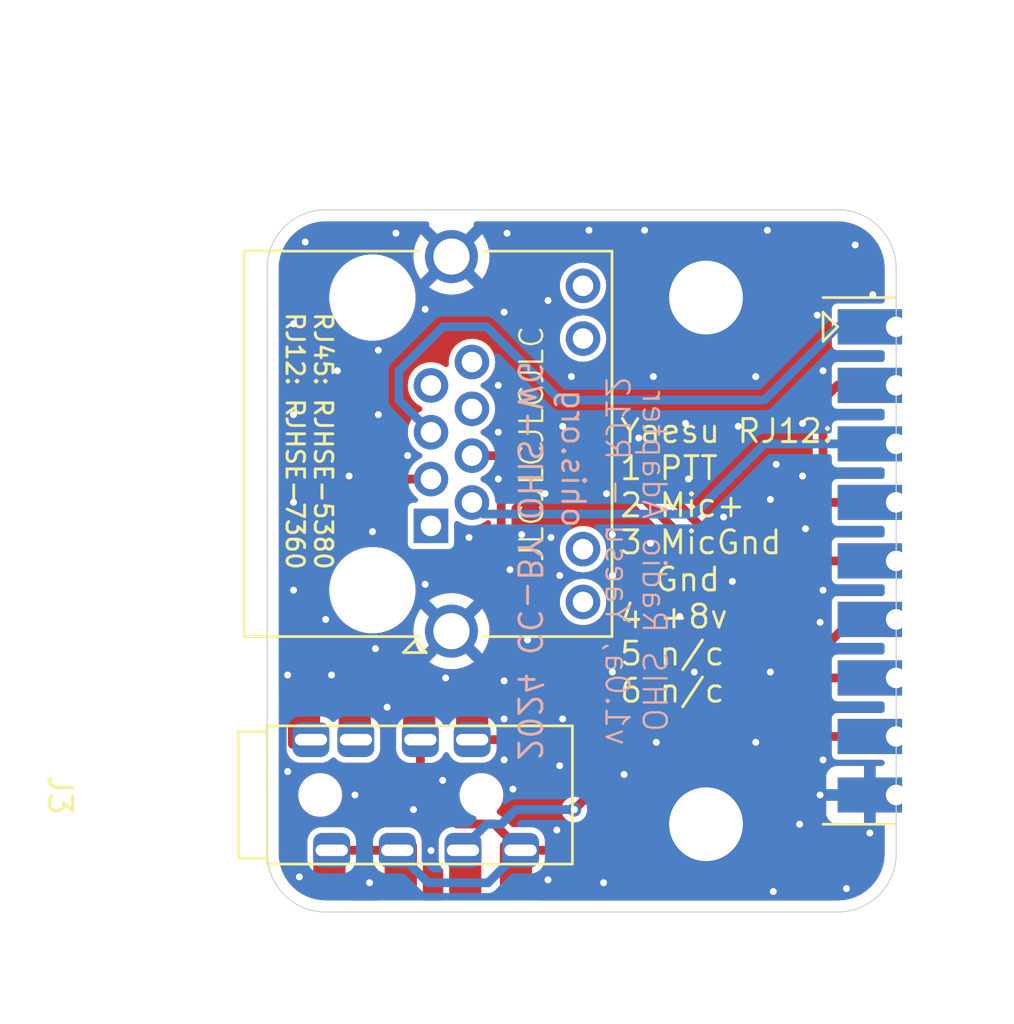
<source format=kicad_pcb>
(kicad_pcb (version 20240108) (generator "pcbnew") (generator_version "8.0")
  (layers (0 "F.Cu" signal) (31 "B.Cu" signal) (34 "B.Paste" user) (35 "F.Paste" user) (36 "B.SilkS" user "B.Silkscreen") (37 "F.SilkS" user "F.Silkscreen") (38 "B.Mask" user) (39 "F.Mask" user) (44 "Edge.Cuts" user))
  (net 0 "")
  (net 1 "Shield")
  (net 2 "Mic SW2")
  (net 3 "Mic Gnd")
  (net 4 "~{PTT}")
  (net 8 "+8v 10mA")
  (net 10 "Mic SW1")
  (net 11 "Mic+")
  (net 14 "HP Right")
  (net 15 "HP Left")
  (net 16 "HP Gnd")
  (footprint "Libraries:Conn_B2B-RA_2.54mm_Castelated_9pin_RtoL" (layer "F.Cu") (at 90.805 78.74 90)
    (property "Reference" "J2" (hide yes))
    (property "Value" "Base Board")
    (fp_line (start 10.795 -3.175) (end 9.525 -3.175) (stroke (width 0.12)) (layer "F.SilkS"))
    (fp_line (start 9.525 -3.175) (end 10.16 -2.54) (stroke (width 0.12)) (layer "F.SilkS"))
    (fp_line (start 10.16 -2.54) (end 10.795 -3.175) (stroke (width 0.12)) (layer "F.SilkS"))
    (fp_line (start 11.43 0) (end 11.43 -3.175) (stroke (width 0.12)) (layer "F.SilkS"))
    (fp_line (start -11.43 0) (end -11.43 -3.175) (stroke (width 0.12)) (layer "F.SilkS"))
    (pad "1" thru_hole rect (at 10.16 0 90) (size 1.524 2.794) (drill 0.889 (offset 0 -1.143)) (layers "*.Cu" "*.Mask") (net 8 "+8v 10mA"))
    (pad "2" thru_hole rect (at 7.62 0 90) (size 1.524 2.794) (drill 0.889 (offset 0 -1.143)) (layers "*.Cu" "*.Mask") (net 3 "Mic Gnd"))
    (pad "3" thru_hole rect (at 5.08 0 90) (size 1.524 2.794) (drill 0.889 (offset 0 -1.143)) (layers "*.Cu" "*.Mask") (net 4 "~{PTT}"))
    (pad "4" thru_hole rect (at 2.54 0 90) (size 1.524 2.794) (drill 0.889 (offset 0 -1.143)) (layers "*.Cu" "*.Mask") (net 3 "Mic Gnd"))
    (pad "5" thru_hole rect (at 0 0 90) (size 1.524 2.794) (drill 0.889 (offset 0 -1.143)) (layers "*.Cu" "*.Mask") (net 11 "Mic+"))
    (pad "6" thru_hole rect (at -2.54 0 90) (size 1.524 2.794) (drill 0.889 (offset 0 -1.143)) (layers "*.Cu" "*.Mask") (net 15 "HP Left"))
    (pad "7" thru_hole rect (at -5.08 0 90) (size 1.524 2.794) (drill 0.889 (offset 0 -1.143)) (layers "*.Cu" "*.Mask") (net 14 "HP Right"))
    (pad "8" thru_hole rect (at -7.62 0 90) (size 1.524 2.794) (drill 0.889 (offset 0 -1.143)) (layers "*.Cu" "*.Mask") (net 16 "HP Gnd"))
    (pad "9" thru_hole rect (at -10.16 0 90) (size 1.524 2.794) (drill 0.889 (offset 0 -1.143)) (layers "*.Cu" "*.Mask") (net 1 "Shield"))
  )
  (footprint "MountingHole:MountingHole_3.2mm_M3_Pad" (layer "F.Cu") (at 82.55 90.17)
    (property "Reference" "H2" (hide yes))
    (property "Value" "MountingHole_Pad")
    (pad "1" thru_hole circle (at 0 0) (size 6.4 6.4) (drill 3.2) (layers "*.Cu" "*.Mask") (net 1 "Shield"))
  )
  (footprint "MountingHole:MountingHole_3.2mm_M3_Pad" (layer "F.Cu") (at 82.55 67.31)
    (property "Reference" "H1" (hide yes))
    (property "Value" "MountingHole_Pad")
    (pad "1" thru_hole circle (at 0 0) (size 6.4 6.4) (drill 3.2) (layers "*.Cu" "*.Mask") (net 1 "Shield"))
  )
  (footprint "Connector_RJ:RJ45_Amphenol_RJHSE538X" (layer "F.Cu") (at 70.61 77.22 90)
    (property "Reference" "J1" (hide yes))
    (property "Value" "Mic Input")
    (fp_line (start 11.925 -8.11) (end 11.925 -0.5) (stroke (width 0.12)) (layer "F.SilkS"))
    (fp_line (start -4.805 -8.11) (end 11.925 -8.11) (stroke (width 0.12)) (layer "F.SilkS"))
    (fp_line (start -4.805 -8.11) (end -4.805 -0.5) (stroke (width 0.12)) (layer "F.SilkS"))
    (fp_line (start -5.5 -1.2) (end -5 -0.7) (stroke (width 0.12)) (layer "F.SilkS"))
    (fp_line (start -5 -0.7) (end -5.5 -0.2) (stroke (width 0.12)) (layer "F.SilkS"))
    (fp_line (start -5.5 -0.2) (end -5.5 -1.2) (stroke (width 0.12)) (layer "F.SilkS"))
    (fp_line (start 11.925 7.86) (end 11.925 2.3) (stroke (width 0.12)) (layer "F.SilkS"))
    (fp_line (start -4.805 7.86) (end -4.805 2.3) (stroke (width 0.12)) (layer "F.SilkS"))
    (fp_line (start -4.805 7.86) (end 11.925 7.86) (stroke (width 0.12)) (layer "F.SilkS"))
    (pad "" np_thru_hole circle (at -2.79 -2.54 90) (size 3.25 3.25) (drill 3.25) (layers "*.Cu" "*.Mask"))
    (pad "" np_thru_hole circle (at 9.91 -2.54 90) (size 3.25 3.25) (drill 3.25) (layers "*.Cu" "*.Mask"))
    (pad "1" thru_hole rect (at 0 0 90) (size 1.5 1.5) (drill 0.89) (layers "*.Cu" "*.Mask"))
    (pad "2" thru_hole circle (at 1.016 1.78 90) (size 1.5 1.5) (drill 0.89) (layers "*.Cu" "*.Mask") (net 4 "~{PTT}"))
    (pad "3" thru_hole circle (at 2.032 0 90) (size 1.5 1.5) (drill 0.89) (layers "*.Cu" "*.Mask") (net 11 "Mic+"))
    (pad "4" thru_hole circle (at 3.048 1.78 90) (size 1.5 1.5) (drill 0.89) (layers "*.Cu" "*.Mask") (net 3 "Mic Gnd"))
    (pad "5" thru_hole circle (at 4.064 0 90) (size 1.5 1.5) (drill 0.89) (layers "*.Cu" "*.Mask") (net 8 "+8v 10mA"))
    (pad "6" thru_hole circle (at 5.08 1.78 90) (size 1.5 1.5) (drill 0.89) (layers "*.Cu" "*.Mask") (net 10 "Mic SW1"))
    (pad "7" thru_hole circle (at 6.096 0 90) (size 1.5 1.5) (drill 0.89) (layers "*.Cu" "*.Mask") (net 2 "Mic SW2"))
    (pad "8" thru_hole circle (at 7.112 1.78 90) (size 1.5 1.5) (drill 0.89) (layers "*.Cu" "*.Mask"))
    (pad "9" thru_hole circle (at -3.3 6.6 90) (size 1.5 1.5) (drill 0.89) (layers "*.Cu" "*.Mask"))
    (pad "10" thru_hole circle (at -1.01 6.6 90) (size 1.5 1.5) (drill 0.89) (layers "*.Cu" "*.Mask"))
    (pad "11" thru_hole circle (at 8.13 6.6 90) (size 1.5 1.5) (drill 0.89) (layers "*.Cu" "*.Mask"))
    (pad "12" thru_hole circle (at 10.42 6.6 90) (size 1.5 1.5) (drill 0.89) (layers "*.Cu" "*.Mask"))
    (pad "SH" thru_hole circle (at -4.57 0.89 90) (size 2.3 2.3) (drill 1.57) (layers "*.Cu" "*.Mask") (net 1 "Shield"))
    (pad "SH" thru_hole circle (at 11.69 0.89 90) (size 2.3 2.3) (drill 1.57) (layers "*.Cu" "*.Mask") (net 1 "Shield"))
  )
  (footprint "Libraries:Conn_3.5mm-PJ-393_SMT-C668609_TH-C145811" (layer "F.Cu") (at 63.5 88.9 -90)
    (property "Reference" "J3" (at 0 9 -90) (layer "F.SilkS"))
    (property "Value" "Headphone/Speaker Input")
    (fp_line (start -2.75 1.25) (end 2.75 1.25) (stroke (width 0.12)) (layer "F.SilkS"))
    (fp_line (start 2.75 1.25) (end 2.75 0) (stroke (width 0.12)) (layer "F.SilkS"))
    (fp_line (start -3 0) (end 3 0) (stroke (width 0.12)) (layer "F.SilkS"))
    (fp_line (start -2.75 0) (end -2.75 1.25) (stroke (width 0.12)) (layer "F.SilkS"))
    (fp_line (start 3 0) (end 3 -13.25) (stroke (width 0.12)) (layer "F.SilkS"))
    (fp_line (start -3 -13.25) (end -3 0) (stroke (width 0.12)) (layer "F.SilkS"))
    (fp_line (start 3 -13.25) (end -3 -13.25) (stroke (width 0.12)) (layer "F.SilkS"))
    (pad "" np_thru_hole circle (at 0 -9.3 270) (size 1.2 1.2) (drill 1.4) (layers "F&B.Cu" "*.Mask"))
    (pad "" np_thru_hole circle (at 0 -2.3 270) (size 1.2 1.2) (drill 1.4) (layers "F&B.Cu" "*.Mask"))
    (pad "R1" thru_hole roundrect (at 2.4 -8.5 270) (size 1.5 1.6) (drill oval 0.5 1.4) (layers "*.Cu" "*.Mask") (net 14 "HP Right"))
    (pad "R1" smd roundrect (at 3.2 -8.6 270) (size 2.4 1.4) (layers "F.Cu" "F.Paste" "F.Mask") (roundrect_rratio 0.15) (net 14 "HP Right"))
    (pad "R1N" smd roundrect (at -3.2 -6.6 270) (size 2.4 1.4) (layers "F.Cu" "F.Paste" "F.Mask") (roundrect_rratio 0.15) (net 16 "HP Gnd"))
    (pad "R1N" thru_hole roundrect (at -2.4 -6.65 270) (size 1.5 1.6) (drill oval 0.5 1.4) (layers "*.Cu" "*.Mask") (net 16 "HP Gnd"))
    (pad "R2" thru_hole roundrect (at 2.4 -5.65 270) (size 1.5 1.6) (drill oval 0.5 1.4) (layers "*.Cu" "*.Mask") (net 16 "HP Gnd"))
    (pad "R2" smd roundrect (at 3.2 -5.8 270) (size 2.4 1.4) (layers "F.Cu" "F.Paste" "F.Mask") (roundrect_rratio 0.15) (net 16 "HP Gnd"))
    (pad "R2N" smd roundrect (at -3.2 -3.8 270) (size 2.4 1.4) (layers "F.Cu" "F.Paste" "F.Mask") (roundrect_rratio 0.15))
    (pad "R2N" thru_hole roundrect (at -2.4 -3.85 270) (size 1.5 1.6) (drill oval 0.5 1.4) (layers "*.Cu" "*.Mask"))
    (pad "S" thru_hole roundrect (at 2.4 -2.8 270) (size 1.5 1.6) (drill oval 0.5 1.4) (layers "*.Cu" "*.Mask") (net 16 "HP Gnd"))
    (pad "S" smd roundrect (at 3.2 -2.7 270) (size 2.4 1.4) (layers "F.Cu" "F.Paste" "F.Mask") (roundrect_rratio 0.15) (net 16 "HP Gnd"))
    (pad "SN" smd roundrect (at -3.2 -1.6 270) (size 2.4 1.4) (layers "F.Cu" "F.Paste" "F.Mask") (roundrect_rratio 0.15))
    (pad "SN" thru_hole roundrect (at -2.4 -1.9 270) (size 1.5 1.6) (drill oval 0.5 1.4) (layers "*.Cu" "*.Mask"))
    (pad "T" smd roundrect (at -3.2 -8.9 270) (size 2.4 1.4) (layers "F.Cu" "F.Paste" "F.Mask") (roundrect_rratio 0.15) (net 15 "HP Left"))
    (pad "T" thru_hole roundrect (at -2.4 -8.9 270) (size 1.5 1.6) (drill oval 0.5 1.4) (layers "*.Cu" "*.Mask") (net 15 "HP Left"))
    (pad "TN" thru_hole roundrect (at 2.4 -11 270) (size 1.5 1.6) (drill oval 0.5 1.4) (layers "*.Cu" "*.Mask") (net 16 "HP Gnd"))
    (pad "TN" smd roundrect (at 3.2 -10.8 270) (size 2.4 1.4) (layers "F.Cu" "F.Paste" "F.Mask") (roundrect_rratio 0.15) (net 16 "HP Gnd"))
  )
  (gr_arc (start 63.5 66.04) (mid 64.243949 64.243949) (end 66.04 63.5) (stroke (width 0.05)) (layer "Edge.Cuts"))
  (gr_line (start 90.805 66.04) (end 90.805 91.44) (stroke (width 0.05)) (layer "Edge.Cuts"))
  (gr_line (start 63.5 91.44) (end 63.5 66.04) (stroke (width 0.05)) (layer "Edge.Cuts"))
  (gr_arc (start 88.265 63.5) (mid 90.061051 64.243949) (end 90.805 66.04) (stroke (width 0.05)) (layer "Edge.Cuts"))
  (gr_line (start 66.04 63.5) (end 88.265 63.5) (stroke (width 0.05)) (layer "Edge.Cuts"))
  (gr_arc (start 66.04 93.98) (mid 64.243949 93.236051) (end 63.5 91.44) (stroke (width 0.05)) (layer "Edge.Cuts"))
  (gr_arc (start 90.805 91.44) (mid 90.061051 93.236051) (end 88.265 93.98) (stroke (width 0.05)) (layer "Edge.Cuts"))
  (gr_line (start 88.265 93.98) (end 66.04 93.98) (stroke (width 0.05)) (layer "Edge.Cuts"))
  (gr_text "ohis.org" (at 76.2 74.295 270) (layer "B.SilkS") (effects (font (size 1 1) (thickness 0.127)) (justify bottom mirror)))
  (gr_text "OHIS Radio Adapter\nv1.0a, Yaesu - RJ12\n" (at 78.105 78.74 270) (layer "B.SilkS") (effects (font (size 1 1) (thickness 0.1)) (justify bottom mirror)))
  (gr_text "2024 CC-BY OHIS-WG" (at 74.295 78.74 270) (layer "B.SilkS") (effects (font (size 1 1) (thickness 0.127)) (justify bottom mirror)))
  (gr_text "JLCJLCJLCJLC" (at 75.565 73.66 -270) (layer "F.SilkS") (effects (font (size 1 1) (thickness 0.1)) (justify bottom)))
  (gr_text "RJ45: RJHSE-5380\nRJ12: RJHSE-7360" (at 64.262 73.533 270) (layer "F.SilkS") (effects (font (size 0.762 0.762) (thickness 0.127)) (justify bottom)))
  (gr_text "Yaesu RJ12:\n1 PTT\n2 Mic+\n3 MicGnd\n  Gnd\n4 +8v\n5 n/c\n6 n/c\n" (at 78.74 78.74 0) (layer "F.SilkS") (effects (font (size 1 1) (thickness 0.127)) (justify left)))
  (via (at 65.151 64.897) (size 0.6) (drill 0.3) (layers "F.Cu" "B.Cu") (net 1))
  (via (at 68.326 69.596) (size 0.6) (drill 0.3) (layers "F.Cu" "B.Cu") (net 1))
  (via (at 89.662 90.551) (size 0.6) (drill 0.3) (layers "F.Cu" "B.Cu") (net 1))
  (via (at 68.707 85.09) (size 0.6) (drill 0.3) (layers "F.Cu" "B.Cu") (net 1))
  (via (at 67.945 92.71) (size 0.6) (drill 0.3) (layers "F.Cu" "B.Cu") (net 1))
  (via (at 85.598 74.549) (size 0.6) (drill 0.3) (layers "F.Cu" "B.Cu") (net 1))
  (via (at 76.073 90.424) (size 0.6) (drill 0.3) (layers "F.Cu" "B.Cu") (net 1))
  (via (at 70.612 91.313) (size 0.6) (drill 0.3) (layers "F.Cu" "B.Cu") (net 1))
  (via (at 64.643 72.39) (size 0.6) (drill 0.3) (layers "F.Cu" "B.Cu") (net 1))
  (via (at 71.12 88.265) (size 0.6) (drill 0.3) (layers "F.Cu" "B.Cu") (net 1))
  (via (at 77.47 64.389) (size 0.6) (drill 0.3) (layers "F.Cu" "B.Cu") (net 1))
  (via (at 87.63 87.376) (size 0.6) (drill 0.3) (layers "F.Cu" "B.Cu") (net 1))
  (via (at 67.31 88.9) (size 0.6) (drill 0.3) (layers "F.Cu" "B.Cu") (net 1))
  (via (at 86.614 90.17) (size 0.6) (drill 0.3) (layers "F.Cu" "B.Cu") (net 1))
  (via (at 81.661 72.771) (size 0.6) (drill 0.3) (layers "F.Cu" "B.Cu") (net 1))
  (via (at 81.788 75.184) (size 0.6) (drill 0.3) (layers "F.Cu" "B.Cu") (net 1))
  (via (at 80.264 70.739) (size 0.6) (drill 0.3) (layers "F.Cu" "B.Cu") (net 1))
  (via (at 78.105 92.71) (size 0.6) (drill 0.3) (layers "F.Cu" "B.Cu") (net 1))
  (via (at 64.643 68.453) (size 0.6) (drill 0.3) (layers "F.Cu" "B.Cu") (net 1))
  (via (at 71.247 83.82) (size 0.6) (drill 0.3) (layers "F.Cu" "B.Cu") (net 1))
  (via (at 84.709 86.614) (size 0.6) (drill 0.3) (layers "F.Cu" "B.Cu") (net 1))
  (via (at 73.533 71.12) (size 0.6) (drill 0.3) (layers "F.Cu" "B.Cu") (net 1))
  (via (at 83.693 79.629) (size 0.6) (drill 0.3) (layers "F.Cu" "B.Cu") (net 1))
  (via (at 76.708 70.739) (size 0.6) (drill 0.3) (layers "F.Cu" "B.Cu") (net 1))
  (via (at 76.327 85.598) (size 0.6) (drill 0.3) (layers "F.Cu" "B.Cu") (net 1))
  (via (at 80.391 86.614) (size 0.6) (drill 0.3) (layers "F.Cu" "B.Cu") (net 1))
  (via (at 85.344 76.073) (size 0.6) (drill 0.3) (layers "F.Cu" "B.Cu") (net 1))
  (via (at 64.389 83.693) (size 0.6) (drill 0.3) (layers "F.Cu" "B.Cu") (net 1))
  (via (at 87.63 70.485) (size 0.6) (drill 0.3) (layers "F.Cu" "B.Cu") (net 1))
  (via (at 83.947 72.898) (size 0.6) (drill 0.3) (layers "F.Cu" "B.Cu") (net 1))
  (via (at 74.168 88.646) (size 0.6) (drill 0.3) (layers "F.Cu" "B.Cu") (net 1))
  (via (at 64.897 92.456) (size 0.6) (drill 0.3) (layers "F.Cu" "B.Cu") (net 1))
  (via (at 78.486 77.597) (size 0.6) (drill 0.3) (layers "F.Cu" "B.Cu") (net 1))
  (via (at 84.709 70.739) (size 0.6) (drill 0.3) (layers "F.Cu" "B.Cu") (net 1))
  (via (at 69.088 64.516) (size 0.6) (drill 0.3) (layers "F.Cu" "B.Cu") (net 1))
  (via (at 78.232 75.819) (size 0.6) (drill 0.3) (layers "F.Cu" "B.Cu") (net 1))
  (via (at 78.994 88.011) (size 0.6) (drill 0.3) (layers "F.Cu" "B.Cu") (net 1))
  (via (at 64.643 80.01) (size 0.6) (drill 0.3) (layers "F.Cu" "B.Cu") (net 1))
  (via (at 69.596 74.168) (size 0.6) (drill 0.3) (layers "F.Cu" "B.Cu") (net 1))
  (via (at 87.63 80.01) (size 0.6) (drill 0.3) (layers "F.Cu" "B.Cu") (net 1))
  (via (at 76.2 87.63) (size 0.6) (drill 0.3) (layers "F.Cu" "B.Cu") (net 1))
  (via (at 78.486 83.566) (size 0.6) (drill 0.3) (layers "F.Cu" "B.Cu") (net 1))
  (via (at 70.358 67.818) (size 0.6) (drill 0.3) (layers "F.Cu" "B.Cu") (net 1))
  (via (at 86.741 72.771) (size 0.6) (drill 0.3) (layers "F.Cu" "B.Cu") (net 1))
  (via (at 64.389 87.884) (size 0.6) (drill 0.3) (layers "F.Cu" "B.Cu") (net 1))
  (via (at 87.376 68.072) (size 0.6) (drill 0.3) (layers "F.Cu" "B.Cu") (net 1))
  (via (at 85.217 64.389) (size 0.6) (drill 0.3) (layers "F.Cu" "B.Cu") (net 1))
  (via (at 76.2 79.375) (size 0.6) (drill 0.3) (layers "F.Cu" "B.Cu") (net 1))
  (via (at 88.646 92.964) (size 0.6) (drill 0.3) (layers "F.Cu" "B.Cu") (net 1))
  (via (at 73.533 75.184) (size 0.6) (drill 0.3) (layers "F.Cu" "B.Cu") (net 1))
  (via (at 75.565 75.819) (size 0.6) (drill 0.3) (layers "F.Cu" "B.Cu") (net 1))
  (via (at 82.042 83.566) (size 0.6) (drill 0.3) (layers "F.Cu" "B.Cu") (net 1))
  (via (at 68.326 72.39) (size 0.6) (drill 0.3) (layers "F.Cu" "B.Cu") (net 1))
  (via (at 68.072 77.47) (size 0.6) (drill 0.3) (layers "F.Cu" "B.Cu") (net 1))
  (via (at 72.263 77.724) (size 0.6) (drill 0.3) (layers "F.Cu" "B.Cu") (net 1))
  (via (at 74.041 79.121) (size 0.6) (drill 0.3) (layers "F.Cu" "B.Cu") (net 1))
  (via (at 79.883 64.389) (size 0.6) (drill 0.3) (layers "F.Cu" "B.Cu") (net 1))
  (via (at 89.027 65.024) (size 0.6) (drill 0.3) (layers "F.Cu" "B.Cu") (net 1))
  (via (at 70.358 79.756) (size 0.6) (drill 0.3) (layers "F.Cu" "B.Cu") (net 1))
  (via (at 80.137 77.978) (size 0.6) (drill 0.3) (layers "F.Cu" "B.Cu") (net 1))
  (via (at 75.692 92.583) (size 0.6) (drill 0.3) (layers "F.Cu" "B.Cu") (net 1))
  (via (at 66.548 70.485) (size 0.6) (drill 0.3) (layers "F.Cu" "B.Cu") (net 1))
  (via (at 87.503 88.9) (size 0.6) (drill 0.3) (layers "F.Cu" "B.Cu") (net 1))
  (via (at 75.819 77.724) (size 0.6) (drill 0.3) (layers "F.Cu" "B.Cu") (net 1))
  (via (at 74.549 77.597) (size 0.6) (drill 0.3) (layers "F.Cu" "B.Cu") (net 1))
  (via (at 89.789 67.183) (size 0.6) (drill 0.3) (layers "F.Cu" "B.Cu") (net 1))
  (via (at 81.407 81.153) (size 0.6) (drill 0.3) (layers "F.Cu" "B.Cu") (net 1))
  (via (at 83.312 76.835) (size 0.6) (drill 0.3) (layers "F.Cu" "B.Cu") (net 1))
  (via (at 73.914 64.516) (size 0.6) (drill 0.3) (layers "F.Cu" "B.Cu") (net 1))
  (via (at 73.533 73.152) (size 0.6) (drill 0.3) (layers "F.Cu" "B.Cu") (net 1))
  (via (at 78.486 79.375) (size 0.6) (drill 0.3) (layers "F.Cu" "B.Cu") (net 1))
  (via (at 76.327 72.898) (size 0.6) (drill 0.3) (layers "F.Cu" "B.Cu") (net 1))
  (via (at 68.199 82.55) (size 0.6) (drill 0.3) (layers "F.Cu" "B.Cu") (net 1))
  (via (at 85.471 93.091) (size 0.6) (drill 0.3) (layers "F.Cu" "B.Cu") (net 1))
  (via (at 86.868 77.343) (size 0.6) (drill 0.3) (layers "F.Cu" "B.Cu") (net 1))
  (via (at 85.344 83.566) (size 0.6) (drill 0.3) (layers "F.Cu" "B.Cu") (net 1))
  (via (at 74.803 82.169) (size 0.6) (drill 0.3) (layers "F.Cu" "B.Cu") (net 1))
  (via (at 73.787 85.598) (size 0.6) (drill 0.3) (layers "F.Cu" "B.Cu") (net 1))
  (via (at 73.787 87.376) (size 0.6) (drill 0.3) (layers "F.Cu" "B.Cu") (net 1))
  (via (at 69.85 89.535) (size 0.6) (drill 0.3) (layers "F.Cu" "B.Cu") (net 1))
  (via (at 86.741 75.057) (size 0.6) (drill 0.3) (layers "F.Cu" "B.Cu") (net 1))
  (via (at 64.643 76.2) (size 0.6) (drill 0.3) (layers "F.Cu" "B.Cu") (net 1))
  (via (at 66.04 81.28) (size 0.6) (drill 0.3) (layers "F.Cu" "B.Cu") (net 1))
  (via (at 79.629 73.406) (size 0.6) (drill 0.3) (layers "F.Cu" "B.Cu") (net 1))
  (via (at 73.787 67.945) (size 0.6) (drill 0.3) (layers "F.Cu" "B.Cu") (net 1))
  (via (at 67.056 75.057) (size 0.6) (drill 0.3) (layers "F.Cu" "B.Cu") (net 1))
  (via (at 87.503 81.407) (size 0.6) (drill 0.3) (layers "F.Cu" "B.Cu") (net 1))
  (via (at 73.787 83.947) (size 0.6) (drill 0.3) (layers "F.Cu" "B.Cu") (net 1))
  (via (at 75.692 67.437) (size 0.6) (drill 0.3) (layers "F.Cu" "B.Cu") (net 1))
  (via (at 66.294 83.693) (size 0.6) (drill 0.3) (layers "F.Cu" "B.Cu") (net 1))
  (segment (start 79.252 74.172) (end 83.185 78.105) (width 0.381) (layer "F.Cu") (net 3))
  (segment (start 87.63 76.2) (end 90.1145 76.2) (width 0.381) (layer "F.Cu") (net 3))
  (segment (start 72.39 74.172) (end 79.252 74.172) (width 0.381) (layer "F.Cu") (net 3))
  (segment (start 87.63 71.745613) (end 88.255613 71.12) (width 0.381) (layer "F.Cu") (net 3))
  (segment (start 87.63 78.105) (end 87.63 76.2) (width 0.381) (layer "F.Cu") (net 3))
  (segment (start 87.63 76.2) (end 87.63 71.745613) (width 0.381) (layer "F.Cu") (net 3))
  (segment (start 83.185 78.105) (end 87.63 78.105) (width 0.381) (layer "F.Cu") (net 3))
  (segment (start 88.255613 71.12) (end 90.1145 71.12) (width 0.381) (layer "F.Cu") (net 3))
  (segment (start 72.894 76.708) (end 82.042 76.708) (width 0.381) (layer "B.Cu") (net 4))
  (segment (start 85.09 73.66) (end 90.1145 73.66) (width 0.381) (layer "B.Cu") (net 4))
  (segment (start 72.39 76.204) (end 72.894 76.708) (width 0.381) (layer "B.Cu") (net 4))
  (segment (start 82.042 76.708) (end 85.09 73.66) (width 0.381) (layer "B.Cu") (net 4))
  (segment (start 71.12 68.58) (end 73.025 68.58) (width 0.381) (layer "B.Cu") (net 8))
  (segment (start 88.265 68.58) (end 90.1145 68.58) (width 0.381) (layer "B.Cu") (net 8))
  (segment (start 85.09 71.755) (end 88.265 68.58) (width 0.381) (layer "B.Cu") (net 8))
  (segment (start 73.025 68.58) (end 76.2 71.755) (width 0.381) (layer "B.Cu") (net 8))
  (segment (start 76.2 71.755) (end 85.09 71.755) (width 0.381) (layer "B.Cu") (net 8))
  (segment (start 69.215 70.485) (end 71.12 68.58) (width 0.381) (layer "B.Cu") (net 8))
  (segment (start 70.61 73.156) (end 69.215 71.761) (width 0.381) (layer "B.Cu") (net 8))
  (segment (start 69.215 71.761) (end 69.215 70.485) (width 0.381) (layer "B.Cu") (net 8))
  (segment (start 69.215 75.565) (end 69.215 78.105) (width 0.381) (layer "F.Cu") (net 11))
  (segment (start 82.55 78.74) (end 90.1145 78.74) (width 0.381) (layer "F.Cu") (net 11))
  (segment (start 69.85 78.74) (end 73.025 78.74) (width 0.381) (layer "F.Cu") (net 11))
  (segment (start 78.74 74.93) (end 82.55 78.74) (width 0.381) (layer "F.Cu") (net 11))
  (segment (start 69.592 75.188) (end 69.215 75.565) (width 0.381) (layer "F.Cu") (net 11))
  (segment (start 73.66 76.2) (end 74.93 74.93) (width 0.381) (layer "F.Cu") (net 11))
  (segment (start 73.025 78.74) (end 73.66 78.105) (width 0.381) (layer "F.Cu") (net 11))
  (segment (start 70.61 75.188) (end 69.592 75.188) (width 0.381) (layer "F.Cu") (net 11))
  (segment (start 74.93 74.93) (end 78.74 74.93) (width 0.381) (layer "F.Cu") (net 11))
  (segment (start 69.215 78.105) (end 69.85 78.74) (width 0.381) (layer "F.Cu") (net 11))
  (segment (start 73.66 78.105) (end 73.66 76.2) (width 0.381) (layer "F.Cu") (net 11))
  (segment (start 87.63 83.82) (end 89.662 83.82) (width 0.381) (layer "F.Cu") (net 14))
  (segment (start 77.47 88.9) (end 77.47 86.995) (width 0.381) (layer "F.Cu") (net 14))
  (segment (start 77.47 86.995) (end 79.375 85.09) (width 0.381) (layer "F.Cu") (net 14))
  (segment (start 86.36 85.09) (end 87.63 83.82) (width 0.381) (layer "F.Cu") (net 14))
  (segment (start 76.835 89.535) (end 77.47 88.9) (width 0.381) (layer "F.Cu") (net 14))
  (segment (start 79.375 85.09) (end 86.36 85.09) (width 0.381) (layer "F.Cu") (net 14))
  (via (at 76.835 89.535) (size 0.6) (drill 0.3) (layers "F.Cu" "B.Cu") (net 14))
  (segment (start 73.025 90.17) (end 72 91.195) (width 0.381) (layer "B.Cu") (net 14))
  (segment (start 72 91.195) (end 72 91.3) (width 0.381) (layer "B.Cu") (net 14))
  (segment (start 73.66 90.17) (end 73.025 90.17) (width 0.381) (layer "B.Cu") (net 14))
  (segment (start 74.295 89.535) (end 73.66 90.17) (width 0.381) (layer "B.Cu") (net 14))
  (segment (start 76.835 89.535) (end 74.295 89.535) (width 0.381) (layer "B.Cu") (net 14))
  (segment (start 72.4 86.5) (end 76.695 86.5) (width 0.381) (layer "F.Cu") (net 15))
  (segment (start 88.9 81.28) (end 89.662 81.28) (width 0.381) (layer "F.Cu") (net 15))
  (segment (start 85.725 84.455) (end 88.9 81.28) (width 0.381) (layer "F.Cu") (net 15))
  (segment (start 76.695 86.5) (end 78.74 84.455) (width 0.381) (layer "F.Cu") (net 15))
  (segment (start 78.74 84.455) (end 85.725 84.455) (width 0.381) (layer "F.Cu") (net 15))
  (segment (start 74.5 91.3) (end 73.3595 90.1595) (width 0.381) (layer "F.Cu") (net 16))
  (segment (start 78.105 87.63) (end 80.01 85.725) (width 0.381) (layer "F.Cu") (net 16))
  (segment (start 80.01 85.725) (end 86.995 85.725) (width 0.381) (layer "F.Cu") (net 16))
  (segment (start 71.7445 90.1595) (end 70.15 88.565) (width 0.381) (layer "F.Cu") (net 16))
  (segment (start 73.3595 90.1595) (end 71.7445 90.1595) (width 0.381) (layer "F.Cu") (net 16))
  (segment (start 66.3 91.3) (end 69.15 91.3) (width 0.381) (layer "F.Cu") (net 16))
  (segment (start 78.105 90.805) (end 78.105 87.63) (width 0.381) (layer "F.Cu") (net 16))
  (segment (start 86.995 85.725) (end 87.63 86.36) (width 0.381) (layer "F.Cu") (net 16))
  (segment (start 70.15 88.565) (end 70.15 86.5) (width 0.381) (layer "F.Cu") (net 16))
  (segment (start 87.63 86.36) (end 89.662 86.36) (width 0.381) (layer "F.Cu") (net 16))
  (segment (start 77.61 91.3) (end 78.105 90.805) (width 0.381) (layer "F.Cu") (net 16))
  (segment (start 74.5 91.3) (end 77.61 91.3) (width 0.381) (layer "F.Cu") (net 16))
  (segment (start 70.485 92.71) (end 73.09 92.71) (width 0.381) (layer "B.Cu") (net 16))
  (segment (start 70.485 92.71) (end 69.15 91.375) (width 0.381) (layer "B.Cu") (net 16))
  (segment (start 73.09 92.71) (end 74.5 91.3) (width 0.381) (layer "B.Cu") (net 16))
  (segment (start 69.15 91.375) (end 69.15 91.3) (width 0.381) (layer "B.Cu") (net 16))
  (zone (net 1) (net_name "Shield") (layers "F&B.Cu") (connect_pads (clearance 0.254)) (min_thickness 0.25) (fill yes (thermal_gap 0.5) (thermal_bridge_width 0.5))
    (polygon (pts (xy 62.865 62.865) (xy 91.44 62.865) (xy 91.44 94.615) (xy 62.865 94.615)))
  )
)
</source>
